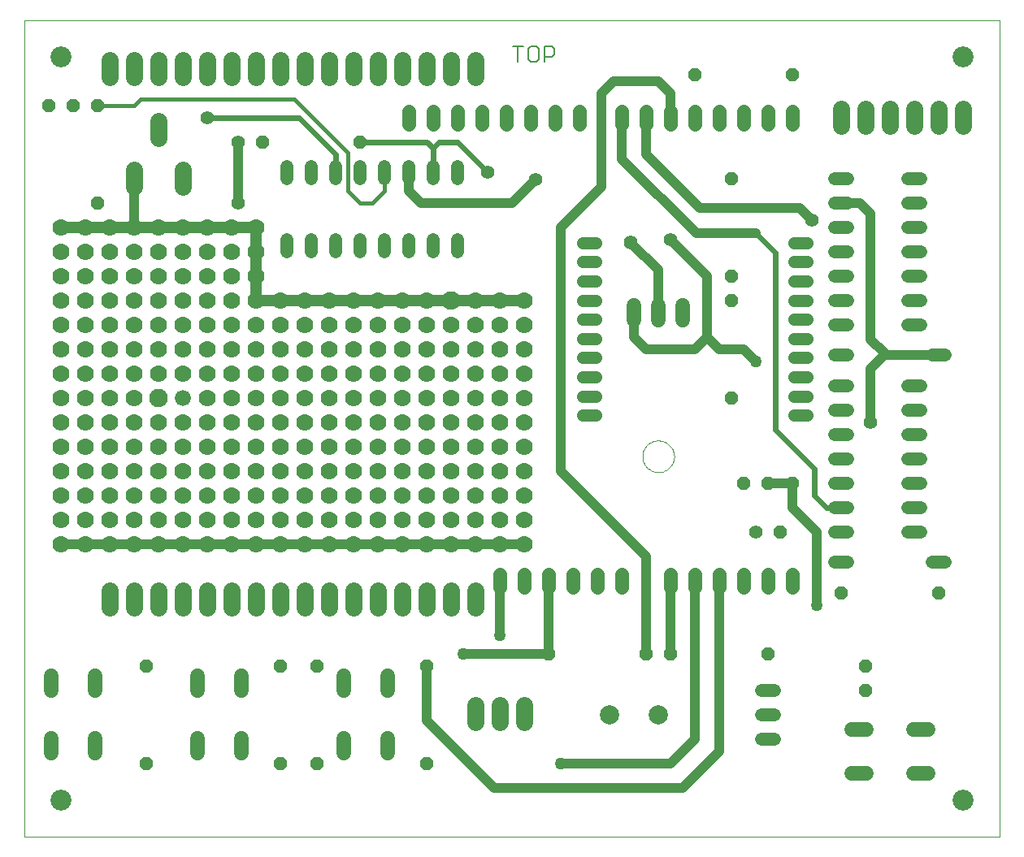
<source format=gtl>
G75*
G70*
%OFA0B0*%
%FSLAX24Y24*%
%IPPOS*%
%LPD*%
%AMOC8*
5,1,8,0,0,1.08239X$1,22.5*
%
%ADD10C,0.0000*%
%ADD11C,0.0060*%
%ADD12C,0.0554*%
%ADD13C,0.0520*%
%ADD14C,0.0787*%
%ADD15OC8,0.0551*%
%ADD16OC8,0.0520*%
%ADD17C,0.0709*%
%ADD18C,0.0600*%
%ADD19C,0.0551*%
%ADD20C,0.0515*%
%ADD21C,0.0560*%
%ADD22C,0.0400*%
%ADD23C,0.0240*%
%ADD24C,0.0700*%
%ADD25C,0.0500*%
%ADD26C,0.0461*%
%ADD27C,0.0760*%
%ADD28C,0.0660*%
%ADD29C,0.0160*%
%ADD30C,0.0860*%
D10*
X001367Y000221D02*
X001367Y033721D01*
X041367Y033721D01*
X041367Y000221D01*
X001367Y000221D01*
X026717Y015821D02*
X026719Y015871D01*
X026725Y015921D01*
X026735Y015971D01*
X026748Y016019D01*
X026765Y016067D01*
X026786Y016113D01*
X026810Y016157D01*
X026838Y016199D01*
X026869Y016239D01*
X026903Y016276D01*
X026940Y016311D01*
X026979Y016342D01*
X027020Y016371D01*
X027064Y016396D01*
X027110Y016418D01*
X027157Y016436D01*
X027205Y016450D01*
X027254Y016461D01*
X027304Y016468D01*
X027354Y016471D01*
X027405Y016470D01*
X027455Y016465D01*
X027505Y016456D01*
X027553Y016444D01*
X027601Y016427D01*
X027647Y016407D01*
X027692Y016384D01*
X027735Y016357D01*
X027775Y016327D01*
X027813Y016294D01*
X027848Y016258D01*
X027881Y016219D01*
X027910Y016178D01*
X027936Y016135D01*
X027959Y016090D01*
X027978Y016043D01*
X027993Y015995D01*
X028005Y015946D01*
X028013Y015896D01*
X028017Y015846D01*
X028017Y015796D01*
X028013Y015746D01*
X028005Y015696D01*
X027993Y015647D01*
X027978Y015599D01*
X027959Y015552D01*
X027936Y015507D01*
X027910Y015464D01*
X027881Y015423D01*
X027848Y015384D01*
X027813Y015348D01*
X027775Y015315D01*
X027735Y015285D01*
X027692Y015258D01*
X027647Y015235D01*
X027601Y015215D01*
X027553Y015198D01*
X027505Y015186D01*
X027455Y015177D01*
X027405Y015172D01*
X027354Y015171D01*
X027304Y015174D01*
X027254Y015181D01*
X027205Y015192D01*
X027157Y015206D01*
X027110Y015224D01*
X027064Y015246D01*
X027020Y015271D01*
X026979Y015300D01*
X026940Y015331D01*
X026903Y015366D01*
X026869Y015403D01*
X026838Y015443D01*
X026810Y015485D01*
X026786Y015529D01*
X026765Y015575D01*
X026748Y015623D01*
X026735Y015671D01*
X026725Y015721D01*
X026719Y015771D01*
X026717Y015821D01*
D11*
X022686Y032001D02*
X022686Y032642D01*
X023006Y032642D01*
X023113Y032535D01*
X023113Y032321D01*
X023006Y032215D01*
X022686Y032215D01*
X022468Y032108D02*
X022468Y032535D01*
X022362Y032642D01*
X022148Y032642D01*
X022041Y032535D01*
X022041Y032108D01*
X022148Y032001D01*
X022362Y032001D01*
X022468Y032108D01*
X021824Y032642D02*
X021397Y032642D01*
X021610Y032642D02*
X021610Y032001D01*
D12*
X021117Y029998D02*
X021117Y029444D01*
X020117Y029444D02*
X020117Y029998D01*
X019117Y029998D02*
X019117Y029444D01*
X018117Y029444D02*
X018117Y029998D01*
X017117Y029998D02*
X017117Y029444D01*
X022117Y029444D02*
X022117Y029998D01*
X023117Y029998D02*
X023117Y029444D01*
X024117Y029444D02*
X024117Y029998D01*
X025867Y029998D02*
X025867Y029444D01*
X026867Y029444D02*
X026867Y029998D01*
X027867Y029998D02*
X027867Y029444D01*
X028867Y029444D02*
X028867Y029998D01*
X029867Y029998D02*
X029867Y029444D01*
X030867Y029444D02*
X030867Y029998D01*
X031867Y029998D02*
X031867Y029444D01*
X032867Y029444D02*
X032867Y029998D01*
X032867Y010998D02*
X032867Y010444D01*
X031867Y010444D02*
X031867Y010998D01*
X030867Y010998D02*
X030867Y010444D01*
X029867Y010444D02*
X029867Y010998D01*
X028867Y010998D02*
X028867Y010444D01*
X027867Y010444D02*
X027867Y010998D01*
X025867Y010998D02*
X025867Y010444D01*
X024867Y010444D02*
X024867Y010998D01*
X023867Y010998D02*
X023867Y010444D01*
X022867Y010444D02*
X022867Y010998D01*
X021867Y010998D02*
X021867Y010444D01*
X020867Y010444D02*
X020867Y010998D01*
D13*
X031607Y006221D02*
X032127Y006221D01*
X032127Y005221D02*
X031607Y005221D01*
X031607Y004221D02*
X032127Y004221D01*
X034607Y011471D02*
X035127Y011471D01*
X035127Y012721D02*
X034607Y012721D01*
X034607Y013721D02*
X035127Y013721D01*
X035127Y014721D02*
X034607Y014721D01*
X034607Y015721D02*
X035127Y015721D01*
X035127Y016721D02*
X034607Y016721D01*
X034607Y017721D02*
X035127Y017721D01*
X035127Y018721D02*
X034607Y018721D01*
X034607Y019971D02*
X035127Y019971D01*
X035127Y021221D02*
X034607Y021221D01*
X034607Y022221D02*
X035127Y022221D01*
X035127Y023221D02*
X034607Y023221D01*
X034607Y024221D02*
X035127Y024221D01*
X035127Y025221D02*
X034607Y025221D01*
X034607Y026221D02*
X035127Y026221D01*
X035127Y027221D02*
X034607Y027221D01*
X037607Y027221D02*
X038127Y027221D01*
X038127Y026221D02*
X037607Y026221D01*
X037607Y025221D02*
X038127Y025221D01*
X038127Y024221D02*
X037607Y024221D01*
X037607Y023221D02*
X038127Y023221D01*
X038127Y022221D02*
X037607Y022221D01*
X037607Y021221D02*
X038127Y021221D01*
X038607Y019971D02*
X039127Y019971D01*
X038127Y018721D02*
X037607Y018721D01*
X037607Y017721D02*
X038127Y017721D01*
X038127Y016721D02*
X037607Y016721D01*
X037607Y015721D02*
X038127Y015721D01*
X038127Y014721D02*
X037607Y014721D01*
X037607Y013721D02*
X038127Y013721D01*
X038127Y012721D02*
X037607Y012721D01*
X038607Y011471D02*
X039127Y011471D01*
X019117Y024211D02*
X019117Y024731D01*
X018117Y024731D02*
X018117Y024211D01*
X017117Y024211D02*
X017117Y024731D01*
X016117Y024731D02*
X016117Y024211D01*
X015117Y024211D02*
X015117Y024731D01*
X014117Y024731D02*
X014117Y024211D01*
X013117Y024211D02*
X013117Y024731D01*
X012117Y024731D02*
X012117Y024211D01*
X012117Y027211D02*
X012117Y027731D01*
X013117Y027731D02*
X013117Y027211D01*
X014117Y027211D02*
X014117Y027731D01*
X015117Y027731D02*
X015117Y027211D01*
X016117Y027211D02*
X016117Y027731D01*
X017117Y027731D02*
X017117Y027211D01*
X018117Y027211D02*
X018117Y027731D01*
X019117Y027731D02*
X019117Y027211D01*
D14*
X025367Y005221D03*
X027367Y005221D03*
D15*
X027867Y007721D03*
X026867Y007721D03*
X022867Y007721D03*
X017867Y007221D03*
X013367Y007221D03*
X011867Y007221D03*
X011867Y003221D03*
X013367Y003221D03*
X017867Y003221D03*
X006367Y003221D03*
X006367Y007221D03*
X004367Y026221D03*
X004367Y030221D03*
X011117Y028721D03*
X015117Y028721D03*
X028867Y031471D03*
X032867Y031471D03*
X030367Y027221D03*
X030367Y023221D03*
X030367Y022221D03*
X030367Y018221D03*
X030867Y014721D03*
X031867Y014721D03*
X032867Y014721D03*
X032367Y012721D03*
X034867Y010221D03*
X031867Y007721D03*
X038867Y010221D03*
D16*
X035867Y007221D03*
X035867Y006221D03*
X003367Y030221D03*
X002367Y030221D03*
D17*
X004867Y031367D02*
X004867Y032076D01*
X005867Y032076D02*
X005867Y031367D01*
X006867Y031367D02*
X006867Y032076D01*
X007867Y032076D02*
X007867Y031367D01*
X008867Y031367D02*
X008867Y032076D01*
X009867Y032076D02*
X009867Y031367D01*
X010867Y031367D02*
X010867Y032076D01*
X011867Y032076D02*
X011867Y031367D01*
X012867Y031367D02*
X012867Y032076D01*
X013867Y032076D02*
X013867Y031367D01*
X014867Y031367D02*
X014867Y032076D01*
X015867Y032076D02*
X015867Y031367D01*
X016867Y031367D02*
X016867Y032076D01*
X017867Y032076D02*
X017867Y031367D01*
X018867Y031367D02*
X018867Y032076D01*
X019867Y032076D02*
X019867Y031367D01*
X007867Y027576D02*
X007867Y026867D01*
X005867Y026867D02*
X005867Y027576D01*
X006867Y028867D02*
X006867Y029576D01*
X006867Y010326D02*
X006867Y009617D01*
X007867Y009617D02*
X007867Y010326D01*
X008867Y010326D02*
X008867Y009617D01*
X009867Y009617D02*
X009867Y010326D01*
X010867Y010326D02*
X010867Y009617D01*
X011867Y009617D02*
X011867Y010326D01*
X012867Y010326D02*
X012867Y009617D01*
X013867Y009617D02*
X013867Y010326D01*
X014867Y010326D02*
X014867Y009617D01*
X015867Y009617D02*
X015867Y010326D01*
X016867Y010326D02*
X016867Y009617D01*
X017867Y009617D02*
X017867Y010326D01*
X018867Y010326D02*
X018867Y009617D01*
X019867Y009617D02*
X019867Y010326D01*
X019867Y005626D02*
X019867Y004917D01*
X020867Y004917D02*
X020867Y005626D01*
X021867Y005626D02*
X021867Y004917D01*
X005867Y009617D02*
X005867Y010326D01*
X004867Y010326D02*
X004867Y009617D01*
X034867Y029367D02*
X034867Y030076D01*
X035867Y030076D02*
X035867Y029367D01*
X036867Y029367D02*
X036867Y030076D01*
X037867Y030076D02*
X037867Y029367D01*
X038867Y029367D02*
X038867Y030076D01*
X039867Y030076D02*
X039867Y029367D01*
D18*
X028367Y022021D02*
X028367Y021421D01*
X027367Y021421D02*
X027367Y022021D01*
X026367Y022021D02*
X026367Y021421D01*
X016257Y006801D02*
X016257Y006201D01*
X014477Y006201D02*
X014477Y006801D01*
X014477Y004241D02*
X014477Y003641D01*
X016257Y003641D02*
X016257Y004241D01*
X010257Y004241D02*
X010257Y003641D01*
X008477Y003641D02*
X008477Y004241D01*
X008477Y006201D02*
X008477Y006801D01*
X010257Y006801D02*
X010257Y006201D01*
X004257Y006201D02*
X004257Y006801D01*
X002477Y006801D02*
X002477Y006201D01*
X002477Y004241D02*
X002477Y003641D01*
X004257Y003641D02*
X004257Y004241D01*
X035287Y004611D02*
X035887Y004611D01*
X037847Y004611D02*
X038447Y004611D01*
X038447Y002831D02*
X037847Y002831D01*
X035887Y002831D02*
X035287Y002831D01*
D19*
X031367Y012721D03*
D20*
X032940Y017509D02*
X033455Y017509D01*
X033455Y018296D02*
X032940Y018296D01*
X032940Y019083D02*
X033455Y019083D01*
X033455Y019871D02*
X032940Y019871D01*
X032940Y020658D02*
X033455Y020658D01*
X033455Y021446D02*
X032940Y021446D01*
X032940Y022233D02*
X033455Y022233D01*
X033455Y023020D02*
X032940Y023020D01*
X032940Y023808D02*
X033455Y023808D01*
X033455Y024595D02*
X032940Y024595D01*
X024794Y024595D02*
X024279Y024595D01*
X024279Y023808D02*
X024794Y023808D01*
X024794Y023020D02*
X024279Y023020D01*
X024279Y022233D02*
X024794Y022233D01*
X024794Y021446D02*
X024279Y021446D01*
X024279Y020658D02*
X024794Y020658D01*
X024794Y019871D02*
X024279Y019871D01*
X024279Y019083D02*
X024794Y019083D01*
X024794Y018296D02*
X024279Y018296D01*
X024279Y017509D02*
X024794Y017509D01*
D21*
X026243Y024595D03*
X026247Y024601D03*
X027867Y024721D03*
X022317Y027171D03*
X020367Y027471D03*
X020367Y027471D03*
X010117Y026221D03*
X010117Y028721D03*
X008867Y029721D03*
X033667Y025521D03*
X036067Y017221D03*
X036067Y017221D03*
D22*
X036067Y019421D01*
X036617Y019971D01*
X036617Y020071D01*
X036067Y020621D01*
X036067Y025771D01*
X035617Y026221D01*
X034867Y026221D01*
X033667Y025521D02*
X033167Y026021D01*
X029067Y026021D01*
X026867Y028221D01*
X026867Y029721D01*
X027867Y029721D02*
X027867Y030721D01*
X027367Y031221D01*
X025517Y031221D01*
X025017Y030721D01*
X025017Y026871D01*
X023367Y025221D01*
X023367Y015221D01*
X026867Y011721D01*
X026867Y007721D01*
X027867Y007721D02*
X027867Y010721D01*
X028867Y010721D02*
X028867Y004221D01*
X027867Y003221D01*
X023367Y003221D01*
X020617Y002221D02*
X017867Y004971D01*
X017867Y007221D01*
X019367Y007721D02*
X022867Y007721D01*
X022867Y010721D01*
X020867Y010721D02*
X020867Y008471D01*
X021867Y012221D02*
X002867Y012221D01*
X005867Y025221D02*
X005867Y027221D01*
X010117Y026221D02*
X010117Y028721D01*
X017117Y027471D02*
X017117Y026721D01*
X017617Y026221D01*
X021367Y026221D01*
X022317Y027171D01*
X025867Y028021D02*
X028917Y024971D01*
X031367Y024971D01*
X029367Y023221D02*
X029367Y020721D01*
X029867Y020221D01*
X030867Y020221D01*
X031367Y019721D01*
X029367Y020721D02*
X028867Y020221D01*
X026867Y020221D01*
X026367Y020721D01*
X026367Y021721D01*
X027367Y021721D02*
X027367Y023471D01*
X026243Y024595D01*
X027867Y024721D02*
X029367Y023221D01*
X025867Y028021D02*
X025867Y029721D01*
X036617Y019971D02*
X038867Y019971D01*
X032867Y014721D02*
X031867Y014721D01*
X032867Y014721D02*
X032867Y013721D01*
X033867Y012721D01*
X033867Y009721D01*
X029867Y010721D02*
X029867Y003721D01*
X028367Y002221D01*
X020617Y002221D01*
D23*
X033767Y014221D02*
X034267Y013721D01*
X034867Y013721D01*
X033767Y014221D02*
X033767Y015321D01*
X032167Y016921D01*
X032167Y024171D01*
X031367Y024971D01*
X020367Y027471D02*
X019117Y028721D01*
X018367Y028721D01*
X018117Y028471D01*
X018117Y027471D01*
X018117Y028471D02*
X017867Y028721D01*
X015117Y028721D01*
X014117Y028221D02*
X012617Y029721D01*
X008867Y029721D01*
X014117Y028221D02*
X014117Y027471D01*
D24*
X010867Y025221D03*
X010867Y024221D03*
X010867Y023221D03*
X010867Y022221D03*
X011867Y022221D03*
X012867Y022221D03*
X012867Y021221D03*
X011867Y021221D03*
X010867Y021221D03*
X010867Y020221D03*
X011867Y020221D03*
X012867Y020221D03*
X012867Y019221D03*
X011867Y019221D03*
X010867Y019221D03*
X010867Y018221D03*
X011867Y018221D03*
X012867Y018221D03*
X012867Y017221D03*
X011867Y017221D03*
X010867Y017221D03*
X010867Y016221D03*
X011867Y016221D03*
X012867Y016221D03*
X012867Y015221D03*
X011867Y015221D03*
X010867Y015221D03*
X010867Y014221D03*
X011867Y014221D03*
X012867Y014221D03*
X012867Y013221D03*
X012867Y012221D03*
X011867Y012221D03*
X010867Y012221D03*
X010867Y013221D03*
X011867Y013221D03*
X013867Y013221D03*
X013867Y012221D03*
X014867Y012221D03*
X014867Y013221D03*
X015867Y013221D03*
X015867Y012221D03*
X016867Y012221D03*
X017867Y012221D03*
X017867Y013221D03*
X016867Y013221D03*
X016867Y014221D03*
X017867Y014221D03*
X018867Y014221D03*
X019867Y014221D03*
X019867Y013221D03*
X019867Y012221D03*
X018867Y012221D03*
X018867Y013221D03*
X020867Y013221D03*
X020867Y012221D03*
X021867Y012221D03*
X021867Y013221D03*
X021867Y014221D03*
X020867Y014221D03*
X020867Y015221D03*
X021867Y015221D03*
X021867Y016221D03*
X020867Y016221D03*
X019867Y016221D03*
X018867Y016221D03*
X018867Y015221D03*
X019867Y015221D03*
X017867Y015221D03*
X016867Y015221D03*
X015867Y015221D03*
X015867Y014221D03*
X014867Y014221D03*
X013867Y014221D03*
X013867Y015221D03*
X014867Y015221D03*
X014867Y016221D03*
X013867Y016221D03*
X013867Y017221D03*
X014867Y017221D03*
X015867Y017221D03*
X016867Y017221D03*
X017867Y017221D03*
X017867Y016221D03*
X016867Y016221D03*
X015867Y016221D03*
X015867Y018221D03*
X016867Y018221D03*
X017867Y018221D03*
X018867Y018221D03*
X019867Y018221D03*
X019867Y017221D03*
X018867Y017221D03*
X020867Y017221D03*
X021867Y017221D03*
X021867Y018221D03*
X020867Y018221D03*
X020867Y019221D03*
X021867Y019221D03*
X021867Y020221D03*
X020867Y020221D03*
X019867Y020221D03*
X018867Y020221D03*
X018867Y019221D03*
X019867Y019221D03*
X017867Y019221D03*
X016867Y019221D03*
X015867Y019221D03*
X014867Y019221D03*
X013867Y019221D03*
X013867Y018221D03*
X014867Y018221D03*
X014867Y020221D03*
X013867Y020221D03*
X013867Y021221D03*
X014867Y021221D03*
X015867Y021221D03*
X016867Y021221D03*
X017867Y021221D03*
X017867Y020221D03*
X016867Y020221D03*
X015867Y020221D03*
X015867Y022221D03*
X016867Y022221D03*
X017867Y022221D03*
X018867Y022221D03*
X019867Y022221D03*
X019867Y021221D03*
X018867Y021221D03*
X020867Y021221D03*
X021867Y021221D03*
X021867Y022221D03*
X020867Y022221D03*
X014867Y022221D03*
X013867Y022221D03*
X009867Y022221D03*
X008867Y022221D03*
X008867Y021221D03*
X009867Y021221D03*
X009867Y020221D03*
X008867Y020221D03*
X008867Y019221D03*
X009867Y019221D03*
X009867Y018221D03*
X008867Y018221D03*
X008867Y017221D03*
X009867Y017221D03*
X009867Y016221D03*
X008867Y016221D03*
X008867Y015221D03*
X009867Y015221D03*
X009867Y014221D03*
X008867Y014221D03*
X008867Y013221D03*
X008867Y012221D03*
X009867Y012221D03*
X009867Y013221D03*
X007867Y013221D03*
X007867Y012221D03*
X006867Y012221D03*
X005867Y012221D03*
X005867Y013221D03*
X006867Y013221D03*
X006867Y014221D03*
X007867Y014221D03*
X007867Y015221D03*
X006867Y015221D03*
X005867Y015221D03*
X005867Y014221D03*
X004867Y014221D03*
X003867Y014221D03*
X003867Y013221D03*
X003867Y012221D03*
X004867Y012221D03*
X004867Y013221D03*
X002867Y013221D03*
X002867Y012221D03*
X002867Y014221D03*
X002867Y015221D03*
X003867Y015221D03*
X004867Y015221D03*
X004867Y016221D03*
X003867Y016221D03*
X002867Y016221D03*
X002867Y017221D03*
X003867Y017221D03*
X004867Y017221D03*
X005867Y017221D03*
X006867Y017221D03*
X007867Y017221D03*
X007867Y016221D03*
X006867Y016221D03*
X005867Y016221D03*
X005867Y018221D03*
X004867Y018221D03*
X003867Y018221D03*
X002867Y018221D03*
X002867Y019221D03*
X003867Y019221D03*
X004867Y019221D03*
X005867Y019221D03*
X006867Y019221D03*
X007867Y019221D03*
X007867Y020221D03*
X006867Y020221D03*
X005867Y020221D03*
X004867Y020221D03*
X003867Y020221D03*
X002867Y020221D03*
X002867Y021221D03*
X003867Y021221D03*
X004867Y021221D03*
X005867Y021221D03*
X006867Y021221D03*
X007867Y021221D03*
X007867Y022221D03*
X006867Y022221D03*
X005867Y022221D03*
X004867Y022221D03*
X003867Y022221D03*
X002867Y022221D03*
X002867Y023221D03*
X003867Y023221D03*
X004867Y023221D03*
X005867Y023221D03*
X006867Y023221D03*
X007867Y023221D03*
X008867Y023221D03*
X009867Y023221D03*
X009867Y024221D03*
X008867Y024221D03*
X007867Y024221D03*
X006867Y024221D03*
X005867Y024221D03*
X004867Y024221D03*
X003867Y024221D03*
X002867Y024221D03*
X002867Y025221D03*
X003867Y025221D03*
X004867Y025221D03*
X005867Y025221D03*
X006867Y025221D03*
X007867Y025221D03*
X008867Y025221D03*
X009867Y025221D03*
D25*
X020867Y008471D03*
X019367Y007721D03*
X023367Y003221D03*
X023367Y003221D03*
X033867Y009721D03*
X031367Y019721D03*
D26*
X021867Y022221D02*
X018867Y022221D01*
X010867Y022221D01*
X010867Y025221D01*
X010867Y024221D01*
X010867Y023221D01*
X010867Y022221D01*
X010867Y025221D02*
X009867Y025221D01*
X008867Y025221D01*
X007867Y025221D01*
X006867Y025221D01*
X005867Y025221D01*
X004867Y025221D01*
X003867Y025221D01*
X002867Y025221D01*
D27*
X006867Y018221D03*
X018867Y022221D03*
D28*
X007867Y018221D03*
D29*
X015117Y026221D02*
X015617Y026221D01*
X016117Y026721D01*
X016117Y027471D01*
X015117Y026221D02*
X014617Y026721D01*
X014617Y028271D01*
X012417Y030471D01*
X006117Y030471D01*
X005867Y030221D01*
X004367Y030221D01*
D30*
X002867Y032221D03*
X002867Y001721D03*
X039867Y001721D03*
X039867Y032221D03*
M02*

</source>
